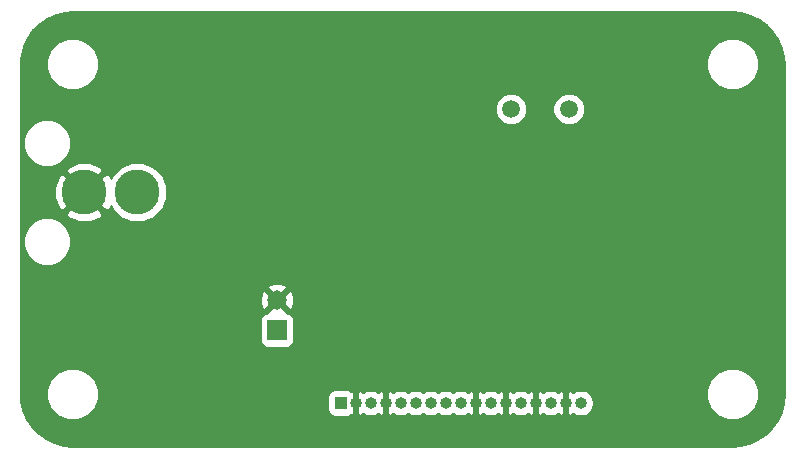
<source format=gbl>
%TF.GenerationSoftware,KiCad,Pcbnew,(5.0.0)*%
%TF.CreationDate,2019-04-05T20:44:03+13:00*%
%TF.ProjectId,VideoTimingBoard,566964656F54696D696E67426F617264,rev?*%
%TF.SameCoordinates,Original*%
%TF.FileFunction,Copper,L2,Bot,Signal*%
%TF.FilePolarity,Positive*%
%FSLAX46Y46*%
G04 Gerber Fmt 4.6, Leading zero omitted, Abs format (unit mm)*
G04 Created by KiCad (PCBNEW (5.0.0)) date 04/05/19 20:44:03*
%MOMM*%
%LPD*%
G01*
G04 APERTURE LIST*
%ADD10O,1.000000X1.000000*%
%ADD11R,1.000000X1.000000*%
%ADD12C,1.500000*%
%ADD13C,1.651000*%
%ADD14R,1.651000X1.651000*%
%ADD15C,3.810000*%
%ADD16C,0.800000*%
%ADD17C,0.254000*%
G04 APERTURE END LIST*
D10*
X161163000Y-118872000D03*
X159893000Y-118872000D03*
X158623000Y-118872000D03*
X157353000Y-118872000D03*
X156083000Y-118872000D03*
X154813000Y-118872000D03*
X153543000Y-118872000D03*
X152273000Y-118872000D03*
X151003000Y-118872000D03*
X149733000Y-118872000D03*
X148463000Y-118872000D03*
X147193000Y-118872000D03*
X145923000Y-118872000D03*
X144653000Y-118872000D03*
X143383000Y-118872000D03*
X142113000Y-118872000D03*
D11*
X140843000Y-118872000D03*
D12*
X160147000Y-93980000D03*
X155267000Y-93980000D03*
D13*
X135445500Y-110172500D03*
D14*
X135445500Y-112712500D03*
D15*
X123626000Y-101028500D03*
X119126000Y-101028500D03*
D16*
X164719000Y-110490000D03*
X156972000Y-105092500D03*
X153543000Y-97917000D03*
X155956000Y-106870500D03*
X167322500Y-101663500D03*
X168211500Y-93980000D03*
X161798000Y-102235000D03*
X154114500Y-101536500D03*
X145923000Y-108458000D03*
X149606000Y-103505000D03*
X138557000Y-104457500D03*
X130429000Y-102679500D03*
X144526000Y-98552000D03*
X132080000Y-106680000D03*
X122682000Y-109093000D03*
X168910000Y-118364000D03*
X165100000Y-96520000D03*
X151892000Y-94488000D03*
X146812000Y-96266000D03*
X134366000Y-94107000D03*
X123190000Y-92710000D03*
X151511000Y-100203000D03*
X142875000Y-96266000D03*
X138557000Y-96266000D03*
X135509000Y-99441000D03*
X131318000Y-99441000D03*
X132207000Y-102870000D03*
X141859000Y-100584000D03*
X152273000Y-110363000D03*
X152273000Y-114173000D03*
X155321000Y-112649000D03*
X162179000Y-114046000D03*
X154813000Y-110236000D03*
X158877000Y-105156000D03*
X165481000Y-105029000D03*
X170688000Y-101981000D03*
X167513000Y-103124000D03*
X140335000Y-114173000D03*
X137668000Y-111506000D03*
X136779000Y-108331000D03*
X135382000Y-104521000D03*
X139065000Y-109474000D03*
X142621000Y-113030000D03*
X163322000Y-116205000D03*
X163322000Y-118364000D03*
X138303000Y-98552000D03*
X157480000Y-110236000D03*
X160020000Y-110236000D03*
X160147000Y-112268000D03*
X164465000Y-112649000D03*
X174117000Y-106680000D03*
X169404000Y-106299000D03*
X174879000Y-112395000D03*
X169799000Y-113538000D03*
X171196000Y-115824000D03*
X170688000Y-109601000D03*
X176657000Y-116332000D03*
X160401000Y-107569000D03*
X131572000Y-113411000D03*
X130048000Y-118999000D03*
X149225000Y-110236000D03*
D17*
G36*
X174763358Y-85871842D02*
X175512277Y-86076723D01*
X176213072Y-86410986D01*
X176843605Y-86864069D01*
X177383934Y-87421645D01*
X177816989Y-88066099D01*
X178129073Y-88777044D01*
X178311640Y-89537493D01*
X178360000Y-90196031D01*
X178360001Y-118078371D01*
X178288158Y-118883359D01*
X178083277Y-119632277D01*
X177749013Y-120333075D01*
X177295931Y-120963605D01*
X176738354Y-121503935D01*
X176093901Y-121936989D01*
X175382956Y-122249073D01*
X174622506Y-122431640D01*
X173963968Y-122480000D01*
X118141618Y-122480000D01*
X117336641Y-122408158D01*
X116587723Y-122203277D01*
X115886925Y-121869013D01*
X115256395Y-121415931D01*
X114716065Y-120858354D01*
X114283011Y-120213901D01*
X113970927Y-119502956D01*
X113788360Y-118742506D01*
X113740000Y-118083968D01*
X113740000Y-117665431D01*
X115875000Y-117665431D01*
X115875000Y-118554569D01*
X116215259Y-119376026D01*
X116843974Y-120004741D01*
X117665431Y-120345000D01*
X118554569Y-120345000D01*
X119376026Y-120004741D01*
X120004741Y-119376026D01*
X120345000Y-118554569D01*
X120345000Y-118372000D01*
X139695560Y-118372000D01*
X139695560Y-119372000D01*
X139744843Y-119619765D01*
X139885191Y-119829809D01*
X140095235Y-119970157D01*
X140343000Y-120019440D01*
X141343000Y-120019440D01*
X141590765Y-119970157D01*
X141678817Y-119911322D01*
X141811126Y-119966119D01*
X141986000Y-119839954D01*
X141986000Y-119394322D01*
X141990440Y-119372000D01*
X141990440Y-118872000D01*
X142225765Y-118872000D01*
X142251027Y-118999000D01*
X142240000Y-118999000D01*
X142240000Y-119839954D01*
X142414874Y-119966119D01*
X142673209Y-119859127D01*
X142736090Y-119804801D01*
X142940145Y-119941146D01*
X143271217Y-120007000D01*
X143494783Y-120007000D01*
X143825855Y-119941146D01*
X144029910Y-119804801D01*
X144092791Y-119859127D01*
X144351126Y-119966119D01*
X144526000Y-119839954D01*
X144526000Y-118999000D01*
X144514973Y-118999000D01*
X144540235Y-118872000D01*
X144765765Y-118872000D01*
X144791027Y-118999000D01*
X144780000Y-118999000D01*
X144780000Y-119839954D01*
X144954874Y-119966119D01*
X145213209Y-119859127D01*
X145276090Y-119804801D01*
X145480145Y-119941146D01*
X145811217Y-120007000D01*
X146034783Y-120007000D01*
X146365855Y-119941146D01*
X146558000Y-119812759D01*
X146750145Y-119941146D01*
X147081217Y-120007000D01*
X147304783Y-120007000D01*
X147635855Y-119941146D01*
X147828000Y-119812759D01*
X148020145Y-119941146D01*
X148351217Y-120007000D01*
X148574783Y-120007000D01*
X148905855Y-119941146D01*
X149098000Y-119812759D01*
X149290145Y-119941146D01*
X149621217Y-120007000D01*
X149844783Y-120007000D01*
X150175855Y-119941146D01*
X150368000Y-119812759D01*
X150560145Y-119941146D01*
X150891217Y-120007000D01*
X151114783Y-120007000D01*
X151445855Y-119941146D01*
X151649910Y-119804801D01*
X151712791Y-119859127D01*
X151971126Y-119966119D01*
X152146000Y-119839954D01*
X152146000Y-118999000D01*
X152134973Y-118999000D01*
X152160235Y-118872000D01*
X152385765Y-118872000D01*
X152411027Y-118999000D01*
X152400000Y-118999000D01*
X152400000Y-119839954D01*
X152574874Y-119966119D01*
X152833209Y-119859127D01*
X152896090Y-119804801D01*
X153100145Y-119941146D01*
X153431217Y-120007000D01*
X153654783Y-120007000D01*
X153985855Y-119941146D01*
X154189910Y-119804801D01*
X154252791Y-119859127D01*
X154511126Y-119966119D01*
X154686000Y-119839954D01*
X154686000Y-118999000D01*
X154674973Y-118999000D01*
X154700235Y-118872000D01*
X154925765Y-118872000D01*
X154951027Y-118999000D01*
X154940000Y-118999000D01*
X154940000Y-119839954D01*
X155114874Y-119966119D01*
X155373209Y-119859127D01*
X155436090Y-119804801D01*
X155640145Y-119941146D01*
X155971217Y-120007000D01*
X156194783Y-120007000D01*
X156525855Y-119941146D01*
X156729910Y-119804801D01*
X156792791Y-119859127D01*
X157051126Y-119966119D01*
X157226000Y-119839954D01*
X157226000Y-118999000D01*
X157214973Y-118999000D01*
X157240235Y-118872000D01*
X157465765Y-118872000D01*
X157491027Y-118999000D01*
X157480000Y-118999000D01*
X157480000Y-119839954D01*
X157654874Y-119966119D01*
X157913209Y-119859127D01*
X157976090Y-119804801D01*
X158180145Y-119941146D01*
X158511217Y-120007000D01*
X158734783Y-120007000D01*
X159065855Y-119941146D01*
X159269910Y-119804801D01*
X159332791Y-119859127D01*
X159591126Y-119966119D01*
X159766000Y-119839954D01*
X159766000Y-118999000D01*
X159754973Y-118999000D01*
X159780235Y-118872000D01*
X160005765Y-118872000D01*
X160031027Y-118999000D01*
X160020000Y-118999000D01*
X160020000Y-119839954D01*
X160194874Y-119966119D01*
X160453209Y-119859127D01*
X160516090Y-119804801D01*
X160720145Y-119941146D01*
X161051217Y-120007000D01*
X161274783Y-120007000D01*
X161605855Y-119941146D01*
X161981289Y-119690289D01*
X162232146Y-119314855D01*
X162320235Y-118872000D01*
X162232146Y-118429145D01*
X161981289Y-118053711D01*
X161605855Y-117802854D01*
X161274783Y-117737000D01*
X161051217Y-117737000D01*
X160720145Y-117802854D01*
X160516090Y-117939199D01*
X160453209Y-117884873D01*
X160194874Y-117777881D01*
X160020000Y-117904046D01*
X160020000Y-118745000D01*
X160031027Y-118745000D01*
X160005765Y-118872000D01*
X159780235Y-118872000D01*
X159754973Y-118745000D01*
X159766000Y-118745000D01*
X159766000Y-117904046D01*
X159591126Y-117777881D01*
X159332791Y-117884873D01*
X159269910Y-117939199D01*
X159065855Y-117802854D01*
X158734783Y-117737000D01*
X158511217Y-117737000D01*
X158180145Y-117802854D01*
X157976090Y-117939199D01*
X157913209Y-117884873D01*
X157654874Y-117777881D01*
X157480000Y-117904046D01*
X157480000Y-118745000D01*
X157491027Y-118745000D01*
X157465765Y-118872000D01*
X157240235Y-118872000D01*
X157214973Y-118745000D01*
X157226000Y-118745000D01*
X157226000Y-117904046D01*
X157051126Y-117777881D01*
X156792791Y-117884873D01*
X156729910Y-117939199D01*
X156525855Y-117802854D01*
X156194783Y-117737000D01*
X155971217Y-117737000D01*
X155640145Y-117802854D01*
X155436090Y-117939199D01*
X155373209Y-117884873D01*
X155114874Y-117777881D01*
X154940000Y-117904046D01*
X154940000Y-118745000D01*
X154951027Y-118745000D01*
X154925765Y-118872000D01*
X154700235Y-118872000D01*
X154674973Y-118745000D01*
X154686000Y-118745000D01*
X154686000Y-117904046D01*
X154511126Y-117777881D01*
X154252791Y-117884873D01*
X154189910Y-117939199D01*
X153985855Y-117802854D01*
X153654783Y-117737000D01*
X153431217Y-117737000D01*
X153100145Y-117802854D01*
X152896090Y-117939199D01*
X152833209Y-117884873D01*
X152574874Y-117777881D01*
X152400000Y-117904046D01*
X152400000Y-118745000D01*
X152411027Y-118745000D01*
X152385765Y-118872000D01*
X152160235Y-118872000D01*
X152134973Y-118745000D01*
X152146000Y-118745000D01*
X152146000Y-117904046D01*
X151971126Y-117777881D01*
X151712791Y-117884873D01*
X151649910Y-117939199D01*
X151445855Y-117802854D01*
X151114783Y-117737000D01*
X150891217Y-117737000D01*
X150560145Y-117802854D01*
X150368000Y-117931241D01*
X150175855Y-117802854D01*
X149844783Y-117737000D01*
X149621217Y-117737000D01*
X149290145Y-117802854D01*
X149098000Y-117931241D01*
X148905855Y-117802854D01*
X148574783Y-117737000D01*
X148351217Y-117737000D01*
X148020145Y-117802854D01*
X147828000Y-117931241D01*
X147635855Y-117802854D01*
X147304783Y-117737000D01*
X147081217Y-117737000D01*
X146750145Y-117802854D01*
X146558000Y-117931241D01*
X146365855Y-117802854D01*
X146034783Y-117737000D01*
X145811217Y-117737000D01*
X145480145Y-117802854D01*
X145276090Y-117939199D01*
X145213209Y-117884873D01*
X144954874Y-117777881D01*
X144780000Y-117904046D01*
X144780000Y-118745000D01*
X144791027Y-118745000D01*
X144765765Y-118872000D01*
X144540235Y-118872000D01*
X144514973Y-118745000D01*
X144526000Y-118745000D01*
X144526000Y-117904046D01*
X144351126Y-117777881D01*
X144092791Y-117884873D01*
X144029910Y-117939199D01*
X143825855Y-117802854D01*
X143494783Y-117737000D01*
X143271217Y-117737000D01*
X142940145Y-117802854D01*
X142736090Y-117939199D01*
X142673209Y-117884873D01*
X142414874Y-117777881D01*
X142240000Y-117904046D01*
X142240000Y-118745000D01*
X142251027Y-118745000D01*
X142225765Y-118872000D01*
X141990440Y-118872000D01*
X141990440Y-118372000D01*
X141986000Y-118349678D01*
X141986000Y-117904046D01*
X141811126Y-117777881D01*
X141678817Y-117832678D01*
X141590765Y-117773843D01*
X141343000Y-117724560D01*
X140343000Y-117724560D01*
X140095235Y-117773843D01*
X139885191Y-117914191D01*
X139744843Y-118124235D01*
X139695560Y-118372000D01*
X120345000Y-118372000D01*
X120345000Y-117665431D01*
X171755000Y-117665431D01*
X171755000Y-118554569D01*
X172095259Y-119376026D01*
X172723974Y-120004741D01*
X173545431Y-120345000D01*
X174434569Y-120345000D01*
X175256026Y-120004741D01*
X175884741Y-119376026D01*
X176225000Y-118554569D01*
X176225000Y-117665431D01*
X175884741Y-116843974D01*
X175256026Y-116215259D01*
X174434569Y-115875000D01*
X173545431Y-115875000D01*
X172723974Y-116215259D01*
X172095259Y-116843974D01*
X171755000Y-117665431D01*
X120345000Y-117665431D01*
X120004741Y-116843974D01*
X119376026Y-116215259D01*
X118554569Y-115875000D01*
X117665431Y-115875000D01*
X116843974Y-116215259D01*
X116215259Y-116843974D01*
X115875000Y-117665431D01*
X113740000Y-117665431D01*
X113740000Y-111887000D01*
X133972560Y-111887000D01*
X133972560Y-113538000D01*
X134021843Y-113785765D01*
X134162191Y-113995809D01*
X134372235Y-114136157D01*
X134620000Y-114185440D01*
X136271000Y-114185440D01*
X136518765Y-114136157D01*
X136728809Y-113995809D01*
X136869157Y-113785765D01*
X136918440Y-113538000D01*
X136918440Y-111887000D01*
X136869157Y-111639235D01*
X136728809Y-111429191D01*
X136518765Y-111288843D01*
X136278933Y-111241138D01*
X136292110Y-111198715D01*
X135445500Y-110352105D01*
X134598890Y-111198715D01*
X134612067Y-111241138D01*
X134372235Y-111288843D01*
X134162191Y-111429191D01*
X134021843Y-111639235D01*
X133972560Y-111887000D01*
X113740000Y-111887000D01*
X113740000Y-109949631D01*
X133973160Y-109949631D01*
X133999947Y-110530035D01*
X134170524Y-110941844D01*
X134419285Y-111019110D01*
X135265895Y-110172500D01*
X135625105Y-110172500D01*
X136471715Y-111019110D01*
X136720476Y-110941844D01*
X136917840Y-110395369D01*
X136891053Y-109814965D01*
X136720476Y-109403156D01*
X136471715Y-109325890D01*
X135625105Y-110172500D01*
X135265895Y-110172500D01*
X134419285Y-109325890D01*
X134170524Y-109403156D01*
X133973160Y-109949631D01*
X113740000Y-109949631D01*
X113740000Y-109146285D01*
X134598890Y-109146285D01*
X135445500Y-109992895D01*
X136292110Y-109146285D01*
X136214844Y-108897524D01*
X135668369Y-108700160D01*
X135087965Y-108726947D01*
X134676156Y-108897524D01*
X134598890Y-109146285D01*
X113740000Y-109146285D01*
X113740000Y-104798713D01*
X113941000Y-104798713D01*
X113941000Y-105608287D01*
X114250810Y-106356235D01*
X114823265Y-106928690D01*
X115571213Y-107238500D01*
X116380787Y-107238500D01*
X117128735Y-106928690D01*
X117701190Y-106356235D01*
X118011000Y-105608287D01*
X118011000Y-104798713D01*
X117701190Y-104050765D01*
X117128735Y-103478310D01*
X116380787Y-103168500D01*
X115571213Y-103168500D01*
X114823265Y-103478310D01*
X114250810Y-104050765D01*
X113941000Y-104798713D01*
X113740000Y-104798713D01*
X113740000Y-102834940D01*
X117499165Y-102834940D01*
X117708353Y-103195789D01*
X118645650Y-103573324D01*
X119656077Y-103563433D01*
X120543647Y-103195789D01*
X120752835Y-102834940D01*
X119126000Y-101208105D01*
X117499165Y-102834940D01*
X113740000Y-102834940D01*
X113740000Y-100548150D01*
X116581176Y-100548150D01*
X116591067Y-101558577D01*
X116958711Y-102446147D01*
X117319560Y-102655335D01*
X118946395Y-101028500D01*
X119305605Y-101028500D01*
X120932440Y-102655335D01*
X121293289Y-102446147D01*
X121377418Y-102237283D01*
X121472692Y-102467295D01*
X122187205Y-103181808D01*
X123120762Y-103568500D01*
X124131238Y-103568500D01*
X125064795Y-103181808D01*
X125779308Y-102467295D01*
X126166000Y-101533738D01*
X126166000Y-100523262D01*
X125779308Y-99589705D01*
X125064795Y-98875192D01*
X124131238Y-98488500D01*
X123120762Y-98488500D01*
X122187205Y-98875192D01*
X121472692Y-99589705D01*
X121378611Y-99816837D01*
X121293289Y-99610853D01*
X120932440Y-99401665D01*
X119305605Y-101028500D01*
X118946395Y-101028500D01*
X117319560Y-99401665D01*
X116958711Y-99610853D01*
X116581176Y-100548150D01*
X113740000Y-100548150D01*
X113740000Y-99222060D01*
X117499165Y-99222060D01*
X119126000Y-100848895D01*
X120752835Y-99222060D01*
X120543647Y-98861211D01*
X119606350Y-98483676D01*
X118595923Y-98493567D01*
X117708353Y-98861211D01*
X117499165Y-99222060D01*
X113740000Y-99222060D01*
X113740000Y-96448713D01*
X113941000Y-96448713D01*
X113941000Y-97258287D01*
X114250810Y-98006235D01*
X114823265Y-98578690D01*
X115571213Y-98888500D01*
X116380787Y-98888500D01*
X117128735Y-98578690D01*
X117701190Y-98006235D01*
X118011000Y-97258287D01*
X118011000Y-96448713D01*
X117701190Y-95700765D01*
X117128735Y-95128310D01*
X116380787Y-94818500D01*
X115571213Y-94818500D01*
X114823265Y-95128310D01*
X114250810Y-95700765D01*
X113941000Y-96448713D01*
X113740000Y-96448713D01*
X113740000Y-93704506D01*
X153882000Y-93704506D01*
X153882000Y-94255494D01*
X154092853Y-94764540D01*
X154482460Y-95154147D01*
X154991506Y-95365000D01*
X155542494Y-95365000D01*
X156051540Y-95154147D01*
X156441147Y-94764540D01*
X156652000Y-94255494D01*
X156652000Y-93704506D01*
X158762000Y-93704506D01*
X158762000Y-94255494D01*
X158972853Y-94764540D01*
X159362460Y-95154147D01*
X159871506Y-95365000D01*
X160422494Y-95365000D01*
X160931540Y-95154147D01*
X161321147Y-94764540D01*
X161532000Y-94255494D01*
X161532000Y-93704506D01*
X161321147Y-93195460D01*
X160931540Y-92805853D01*
X160422494Y-92595000D01*
X159871506Y-92595000D01*
X159362460Y-92805853D01*
X158972853Y-93195460D01*
X158762000Y-93704506D01*
X156652000Y-93704506D01*
X156441147Y-93195460D01*
X156051540Y-92805853D01*
X155542494Y-92595000D01*
X154991506Y-92595000D01*
X154482460Y-92805853D01*
X154092853Y-93195460D01*
X153882000Y-93704506D01*
X113740000Y-93704506D01*
X113740000Y-90201618D01*
X113782498Y-89725431D01*
X115875000Y-89725431D01*
X115875000Y-90614569D01*
X116215259Y-91436026D01*
X116843974Y-92064741D01*
X117665431Y-92405000D01*
X118554569Y-92405000D01*
X119376026Y-92064741D01*
X120004741Y-91436026D01*
X120345000Y-90614569D01*
X120345000Y-89725431D01*
X171755000Y-89725431D01*
X171755000Y-90614569D01*
X172095259Y-91436026D01*
X172723974Y-92064741D01*
X173545431Y-92405000D01*
X174434569Y-92405000D01*
X175256026Y-92064741D01*
X175884741Y-91436026D01*
X176225000Y-90614569D01*
X176225000Y-89725431D01*
X175884741Y-88903974D01*
X175256026Y-88275259D01*
X174434569Y-87935000D01*
X173545431Y-87935000D01*
X172723974Y-88275259D01*
X172095259Y-88903974D01*
X171755000Y-89725431D01*
X120345000Y-89725431D01*
X120004741Y-88903974D01*
X119376026Y-88275259D01*
X118554569Y-87935000D01*
X117665431Y-87935000D01*
X116843974Y-88275259D01*
X116215259Y-88903974D01*
X115875000Y-89725431D01*
X113782498Y-89725431D01*
X113811842Y-89396642D01*
X114016723Y-88647723D01*
X114350986Y-87946928D01*
X114804069Y-87316395D01*
X115361645Y-86776066D01*
X116006099Y-86343011D01*
X116717044Y-86030927D01*
X117477493Y-85848360D01*
X118136031Y-85800000D01*
X173958382Y-85800000D01*
X174763358Y-85871842D01*
X174763358Y-85871842D01*
G37*
X174763358Y-85871842D02*
X175512277Y-86076723D01*
X176213072Y-86410986D01*
X176843605Y-86864069D01*
X177383934Y-87421645D01*
X177816989Y-88066099D01*
X178129073Y-88777044D01*
X178311640Y-89537493D01*
X178360000Y-90196031D01*
X178360001Y-118078371D01*
X178288158Y-118883359D01*
X178083277Y-119632277D01*
X177749013Y-120333075D01*
X177295931Y-120963605D01*
X176738354Y-121503935D01*
X176093901Y-121936989D01*
X175382956Y-122249073D01*
X174622506Y-122431640D01*
X173963968Y-122480000D01*
X118141618Y-122480000D01*
X117336641Y-122408158D01*
X116587723Y-122203277D01*
X115886925Y-121869013D01*
X115256395Y-121415931D01*
X114716065Y-120858354D01*
X114283011Y-120213901D01*
X113970927Y-119502956D01*
X113788360Y-118742506D01*
X113740000Y-118083968D01*
X113740000Y-117665431D01*
X115875000Y-117665431D01*
X115875000Y-118554569D01*
X116215259Y-119376026D01*
X116843974Y-120004741D01*
X117665431Y-120345000D01*
X118554569Y-120345000D01*
X119376026Y-120004741D01*
X120004741Y-119376026D01*
X120345000Y-118554569D01*
X120345000Y-118372000D01*
X139695560Y-118372000D01*
X139695560Y-119372000D01*
X139744843Y-119619765D01*
X139885191Y-119829809D01*
X140095235Y-119970157D01*
X140343000Y-120019440D01*
X141343000Y-120019440D01*
X141590765Y-119970157D01*
X141678817Y-119911322D01*
X141811126Y-119966119D01*
X141986000Y-119839954D01*
X141986000Y-119394322D01*
X141990440Y-119372000D01*
X141990440Y-118872000D01*
X142225765Y-118872000D01*
X142251027Y-118999000D01*
X142240000Y-118999000D01*
X142240000Y-119839954D01*
X142414874Y-119966119D01*
X142673209Y-119859127D01*
X142736090Y-119804801D01*
X142940145Y-119941146D01*
X143271217Y-120007000D01*
X143494783Y-120007000D01*
X143825855Y-119941146D01*
X144029910Y-119804801D01*
X144092791Y-119859127D01*
X144351126Y-119966119D01*
X144526000Y-119839954D01*
X144526000Y-118999000D01*
X144514973Y-118999000D01*
X144540235Y-118872000D01*
X144765765Y-118872000D01*
X144791027Y-118999000D01*
X144780000Y-118999000D01*
X144780000Y-119839954D01*
X144954874Y-119966119D01*
X145213209Y-119859127D01*
X145276090Y-119804801D01*
X145480145Y-119941146D01*
X145811217Y-120007000D01*
X146034783Y-120007000D01*
X146365855Y-119941146D01*
X146558000Y-119812759D01*
X146750145Y-119941146D01*
X147081217Y-120007000D01*
X147304783Y-120007000D01*
X147635855Y-119941146D01*
X147828000Y-119812759D01*
X148020145Y-119941146D01*
X148351217Y-120007000D01*
X148574783Y-120007000D01*
X148905855Y-119941146D01*
X149098000Y-119812759D01*
X149290145Y-119941146D01*
X149621217Y-120007000D01*
X149844783Y-120007000D01*
X150175855Y-119941146D01*
X150368000Y-119812759D01*
X150560145Y-119941146D01*
X150891217Y-120007000D01*
X151114783Y-120007000D01*
X151445855Y-119941146D01*
X151649910Y-119804801D01*
X151712791Y-119859127D01*
X151971126Y-119966119D01*
X152146000Y-119839954D01*
X152146000Y-118999000D01*
X152134973Y-118999000D01*
X152160235Y-118872000D01*
X152385765Y-118872000D01*
X152411027Y-118999000D01*
X152400000Y-118999000D01*
X152400000Y-119839954D01*
X152574874Y-119966119D01*
X152833209Y-119859127D01*
X152896090Y-119804801D01*
X153100145Y-119941146D01*
X153431217Y-120007000D01*
X153654783Y-120007000D01*
X153985855Y-119941146D01*
X154189910Y-119804801D01*
X154252791Y-119859127D01*
X154511126Y-119966119D01*
X154686000Y-119839954D01*
X154686000Y-118999000D01*
X154674973Y-118999000D01*
X154700235Y-118872000D01*
X154925765Y-118872000D01*
X154951027Y-118999000D01*
X154940000Y-118999000D01*
X154940000Y-119839954D01*
X155114874Y-119966119D01*
X155373209Y-119859127D01*
X155436090Y-119804801D01*
X155640145Y-119941146D01*
X155971217Y-120007000D01*
X156194783Y-120007000D01*
X156525855Y-119941146D01*
X156729910Y-119804801D01*
X156792791Y-119859127D01*
X157051126Y-119966119D01*
X157226000Y-119839954D01*
X157226000Y-118999000D01*
X157214973Y-118999000D01*
X157240235Y-118872000D01*
X157465765Y-118872000D01*
X157491027Y-118999000D01*
X157480000Y-118999000D01*
X157480000Y-119839954D01*
X157654874Y-119966119D01*
X157913209Y-119859127D01*
X157976090Y-119804801D01*
X158180145Y-119941146D01*
X158511217Y-120007000D01*
X158734783Y-120007000D01*
X159065855Y-119941146D01*
X159269910Y-119804801D01*
X159332791Y-119859127D01*
X159591126Y-119966119D01*
X159766000Y-119839954D01*
X159766000Y-118999000D01*
X159754973Y-118999000D01*
X159780235Y-118872000D01*
X160005765Y-118872000D01*
X160031027Y-118999000D01*
X160020000Y-118999000D01*
X160020000Y-119839954D01*
X160194874Y-119966119D01*
X160453209Y-119859127D01*
X160516090Y-119804801D01*
X160720145Y-119941146D01*
X161051217Y-120007000D01*
X161274783Y-120007000D01*
X161605855Y-119941146D01*
X161981289Y-119690289D01*
X162232146Y-119314855D01*
X162320235Y-118872000D01*
X162232146Y-118429145D01*
X161981289Y-118053711D01*
X161605855Y-117802854D01*
X161274783Y-117737000D01*
X161051217Y-117737000D01*
X160720145Y-117802854D01*
X160516090Y-117939199D01*
X160453209Y-117884873D01*
X160194874Y-117777881D01*
X160020000Y-117904046D01*
X160020000Y-118745000D01*
X160031027Y-118745000D01*
X160005765Y-118872000D01*
X159780235Y-118872000D01*
X159754973Y-118745000D01*
X159766000Y-118745000D01*
X159766000Y-117904046D01*
X159591126Y-117777881D01*
X159332791Y-117884873D01*
X159269910Y-117939199D01*
X159065855Y-117802854D01*
X158734783Y-117737000D01*
X158511217Y-117737000D01*
X158180145Y-117802854D01*
X157976090Y-117939199D01*
X157913209Y-117884873D01*
X157654874Y-117777881D01*
X157480000Y-117904046D01*
X157480000Y-118745000D01*
X157491027Y-118745000D01*
X157465765Y-118872000D01*
X157240235Y-118872000D01*
X157214973Y-118745000D01*
X157226000Y-118745000D01*
X157226000Y-117904046D01*
X157051126Y-117777881D01*
X156792791Y-117884873D01*
X156729910Y-117939199D01*
X156525855Y-117802854D01*
X156194783Y-117737000D01*
X155971217Y-117737000D01*
X155640145Y-117802854D01*
X155436090Y-117939199D01*
X155373209Y-117884873D01*
X155114874Y-117777881D01*
X154940000Y-117904046D01*
X154940000Y-118745000D01*
X154951027Y-118745000D01*
X154925765Y-118872000D01*
X154700235Y-118872000D01*
X154674973Y-118745000D01*
X154686000Y-118745000D01*
X154686000Y-117904046D01*
X154511126Y-117777881D01*
X154252791Y-117884873D01*
X154189910Y-117939199D01*
X153985855Y-117802854D01*
X153654783Y-117737000D01*
X153431217Y-117737000D01*
X153100145Y-117802854D01*
X152896090Y-117939199D01*
X152833209Y-117884873D01*
X152574874Y-117777881D01*
X152400000Y-117904046D01*
X152400000Y-118745000D01*
X152411027Y-118745000D01*
X152385765Y-118872000D01*
X152160235Y-118872000D01*
X152134973Y-118745000D01*
X152146000Y-118745000D01*
X152146000Y-117904046D01*
X151971126Y-117777881D01*
X151712791Y-117884873D01*
X151649910Y-117939199D01*
X151445855Y-117802854D01*
X151114783Y-117737000D01*
X150891217Y-117737000D01*
X150560145Y-117802854D01*
X150368000Y-117931241D01*
X150175855Y-117802854D01*
X149844783Y-117737000D01*
X149621217Y-117737000D01*
X149290145Y-117802854D01*
X149098000Y-117931241D01*
X148905855Y-117802854D01*
X148574783Y-117737000D01*
X148351217Y-117737000D01*
X148020145Y-117802854D01*
X147828000Y-117931241D01*
X147635855Y-117802854D01*
X147304783Y-117737000D01*
X147081217Y-117737000D01*
X146750145Y-117802854D01*
X146558000Y-117931241D01*
X146365855Y-117802854D01*
X146034783Y-117737000D01*
X145811217Y-117737000D01*
X145480145Y-117802854D01*
X145276090Y-117939199D01*
X145213209Y-117884873D01*
X144954874Y-117777881D01*
X144780000Y-117904046D01*
X144780000Y-118745000D01*
X144791027Y-118745000D01*
X144765765Y-118872000D01*
X144540235Y-118872000D01*
X144514973Y-118745000D01*
X144526000Y-118745000D01*
X144526000Y-117904046D01*
X144351126Y-117777881D01*
X144092791Y-117884873D01*
X144029910Y-117939199D01*
X143825855Y-117802854D01*
X143494783Y-117737000D01*
X143271217Y-117737000D01*
X142940145Y-117802854D01*
X142736090Y-117939199D01*
X142673209Y-117884873D01*
X142414874Y-117777881D01*
X142240000Y-117904046D01*
X142240000Y-118745000D01*
X142251027Y-118745000D01*
X142225765Y-118872000D01*
X141990440Y-118872000D01*
X141990440Y-118372000D01*
X141986000Y-118349678D01*
X141986000Y-117904046D01*
X141811126Y-117777881D01*
X141678817Y-117832678D01*
X141590765Y-117773843D01*
X141343000Y-117724560D01*
X140343000Y-117724560D01*
X140095235Y-117773843D01*
X139885191Y-117914191D01*
X139744843Y-118124235D01*
X139695560Y-118372000D01*
X120345000Y-118372000D01*
X120345000Y-117665431D01*
X171755000Y-117665431D01*
X171755000Y-118554569D01*
X172095259Y-119376026D01*
X172723974Y-120004741D01*
X173545431Y-120345000D01*
X174434569Y-120345000D01*
X175256026Y-120004741D01*
X175884741Y-119376026D01*
X176225000Y-118554569D01*
X176225000Y-117665431D01*
X175884741Y-116843974D01*
X175256026Y-116215259D01*
X174434569Y-115875000D01*
X173545431Y-115875000D01*
X172723974Y-116215259D01*
X172095259Y-116843974D01*
X171755000Y-117665431D01*
X120345000Y-117665431D01*
X120004741Y-116843974D01*
X119376026Y-116215259D01*
X118554569Y-115875000D01*
X117665431Y-115875000D01*
X116843974Y-116215259D01*
X116215259Y-116843974D01*
X115875000Y-117665431D01*
X113740000Y-117665431D01*
X113740000Y-111887000D01*
X133972560Y-111887000D01*
X133972560Y-113538000D01*
X134021843Y-113785765D01*
X134162191Y-113995809D01*
X134372235Y-114136157D01*
X134620000Y-114185440D01*
X136271000Y-114185440D01*
X136518765Y-114136157D01*
X136728809Y-113995809D01*
X136869157Y-113785765D01*
X136918440Y-113538000D01*
X136918440Y-111887000D01*
X136869157Y-111639235D01*
X136728809Y-111429191D01*
X136518765Y-111288843D01*
X136278933Y-111241138D01*
X136292110Y-111198715D01*
X135445500Y-110352105D01*
X134598890Y-111198715D01*
X134612067Y-111241138D01*
X134372235Y-111288843D01*
X134162191Y-111429191D01*
X134021843Y-111639235D01*
X133972560Y-111887000D01*
X113740000Y-111887000D01*
X113740000Y-109949631D01*
X133973160Y-109949631D01*
X133999947Y-110530035D01*
X134170524Y-110941844D01*
X134419285Y-111019110D01*
X135265895Y-110172500D01*
X135625105Y-110172500D01*
X136471715Y-111019110D01*
X136720476Y-110941844D01*
X136917840Y-110395369D01*
X136891053Y-109814965D01*
X136720476Y-109403156D01*
X136471715Y-109325890D01*
X135625105Y-110172500D01*
X135265895Y-110172500D01*
X134419285Y-109325890D01*
X134170524Y-109403156D01*
X133973160Y-109949631D01*
X113740000Y-109949631D01*
X113740000Y-109146285D01*
X134598890Y-109146285D01*
X135445500Y-109992895D01*
X136292110Y-109146285D01*
X136214844Y-108897524D01*
X135668369Y-108700160D01*
X135087965Y-108726947D01*
X134676156Y-108897524D01*
X134598890Y-109146285D01*
X113740000Y-109146285D01*
X113740000Y-104798713D01*
X113941000Y-104798713D01*
X113941000Y-105608287D01*
X114250810Y-106356235D01*
X114823265Y-106928690D01*
X115571213Y-107238500D01*
X116380787Y-107238500D01*
X117128735Y-106928690D01*
X117701190Y-106356235D01*
X118011000Y-105608287D01*
X118011000Y-104798713D01*
X117701190Y-104050765D01*
X117128735Y-103478310D01*
X116380787Y-103168500D01*
X115571213Y-103168500D01*
X114823265Y-103478310D01*
X114250810Y-104050765D01*
X113941000Y-104798713D01*
X113740000Y-104798713D01*
X113740000Y-102834940D01*
X117499165Y-102834940D01*
X117708353Y-103195789D01*
X118645650Y-103573324D01*
X119656077Y-103563433D01*
X120543647Y-103195789D01*
X120752835Y-102834940D01*
X119126000Y-101208105D01*
X117499165Y-102834940D01*
X113740000Y-102834940D01*
X113740000Y-100548150D01*
X116581176Y-100548150D01*
X116591067Y-101558577D01*
X116958711Y-102446147D01*
X117319560Y-102655335D01*
X118946395Y-101028500D01*
X119305605Y-101028500D01*
X120932440Y-102655335D01*
X121293289Y-102446147D01*
X121377418Y-102237283D01*
X121472692Y-102467295D01*
X122187205Y-103181808D01*
X123120762Y-103568500D01*
X124131238Y-103568500D01*
X125064795Y-103181808D01*
X125779308Y-102467295D01*
X126166000Y-101533738D01*
X126166000Y-100523262D01*
X125779308Y-99589705D01*
X125064795Y-98875192D01*
X124131238Y-98488500D01*
X123120762Y-98488500D01*
X122187205Y-98875192D01*
X121472692Y-99589705D01*
X121378611Y-99816837D01*
X121293289Y-99610853D01*
X120932440Y-99401665D01*
X119305605Y-101028500D01*
X118946395Y-101028500D01*
X117319560Y-99401665D01*
X116958711Y-99610853D01*
X116581176Y-100548150D01*
X113740000Y-100548150D01*
X113740000Y-99222060D01*
X117499165Y-99222060D01*
X119126000Y-100848895D01*
X120752835Y-99222060D01*
X120543647Y-98861211D01*
X119606350Y-98483676D01*
X118595923Y-98493567D01*
X117708353Y-98861211D01*
X117499165Y-99222060D01*
X113740000Y-99222060D01*
X113740000Y-96448713D01*
X113941000Y-96448713D01*
X113941000Y-97258287D01*
X114250810Y-98006235D01*
X114823265Y-98578690D01*
X115571213Y-98888500D01*
X116380787Y-98888500D01*
X117128735Y-98578690D01*
X117701190Y-98006235D01*
X118011000Y-97258287D01*
X118011000Y-96448713D01*
X117701190Y-95700765D01*
X117128735Y-95128310D01*
X116380787Y-94818500D01*
X115571213Y-94818500D01*
X114823265Y-95128310D01*
X114250810Y-95700765D01*
X113941000Y-96448713D01*
X113740000Y-96448713D01*
X113740000Y-93704506D01*
X153882000Y-93704506D01*
X153882000Y-94255494D01*
X154092853Y-94764540D01*
X154482460Y-95154147D01*
X154991506Y-95365000D01*
X155542494Y-95365000D01*
X156051540Y-95154147D01*
X156441147Y-94764540D01*
X156652000Y-94255494D01*
X156652000Y-93704506D01*
X158762000Y-93704506D01*
X158762000Y-94255494D01*
X158972853Y-94764540D01*
X159362460Y-95154147D01*
X159871506Y-95365000D01*
X160422494Y-95365000D01*
X160931540Y-95154147D01*
X161321147Y-94764540D01*
X161532000Y-94255494D01*
X161532000Y-93704506D01*
X161321147Y-93195460D01*
X160931540Y-92805853D01*
X160422494Y-92595000D01*
X159871506Y-92595000D01*
X159362460Y-92805853D01*
X158972853Y-93195460D01*
X158762000Y-93704506D01*
X156652000Y-93704506D01*
X156441147Y-93195460D01*
X156051540Y-92805853D01*
X155542494Y-92595000D01*
X154991506Y-92595000D01*
X154482460Y-92805853D01*
X154092853Y-93195460D01*
X153882000Y-93704506D01*
X113740000Y-93704506D01*
X113740000Y-90201618D01*
X113782498Y-89725431D01*
X115875000Y-89725431D01*
X115875000Y-90614569D01*
X116215259Y-91436026D01*
X116843974Y-92064741D01*
X117665431Y-92405000D01*
X118554569Y-92405000D01*
X119376026Y-92064741D01*
X120004741Y-91436026D01*
X120345000Y-90614569D01*
X120345000Y-89725431D01*
X171755000Y-89725431D01*
X171755000Y-90614569D01*
X172095259Y-91436026D01*
X172723974Y-92064741D01*
X173545431Y-92405000D01*
X174434569Y-92405000D01*
X175256026Y-92064741D01*
X175884741Y-91436026D01*
X176225000Y-90614569D01*
X176225000Y-89725431D01*
X175884741Y-88903974D01*
X175256026Y-88275259D01*
X174434569Y-87935000D01*
X173545431Y-87935000D01*
X172723974Y-88275259D01*
X172095259Y-88903974D01*
X171755000Y-89725431D01*
X120345000Y-89725431D01*
X120004741Y-88903974D01*
X119376026Y-88275259D01*
X118554569Y-87935000D01*
X117665431Y-87935000D01*
X116843974Y-88275259D01*
X116215259Y-88903974D01*
X115875000Y-89725431D01*
X113782498Y-89725431D01*
X113811842Y-89396642D01*
X114016723Y-88647723D01*
X114350986Y-87946928D01*
X114804069Y-87316395D01*
X115361645Y-86776066D01*
X116006099Y-86343011D01*
X116717044Y-86030927D01*
X117477493Y-85848360D01*
X118136031Y-85800000D01*
X173958382Y-85800000D01*
X174763358Y-85871842D01*
M02*

</source>
